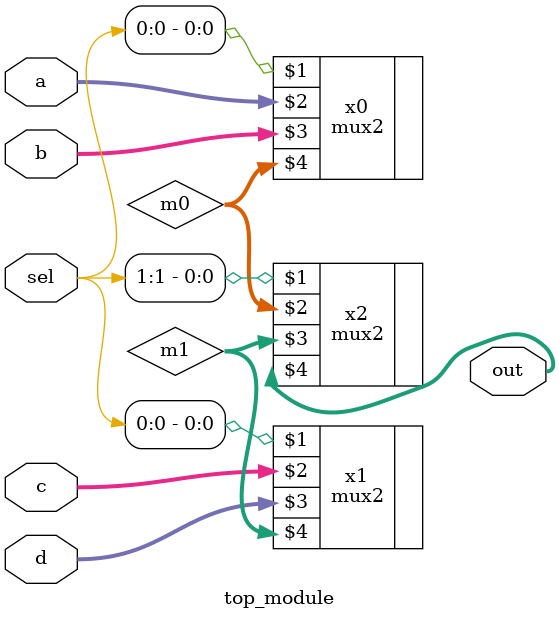
<source format=sv>
module top_module (
    input  [1:0] sel,
    input  [7:0] a,
    input  [7:0] b,
    input  [7:0] c,
    input  [7:0] d,
    output [7:0] out
);  //

  wire [7:0] m0, m1;
  mux2 x0 (
      sel[0],
      a,
      b,
      m0
  );
  mux2 x1 (
      sel[0],
      c,
      d,
      m1
  );
  mux2 x2 (
      sel[1],
      m0,
      m1,
      out
  );

endmodule

</source>
